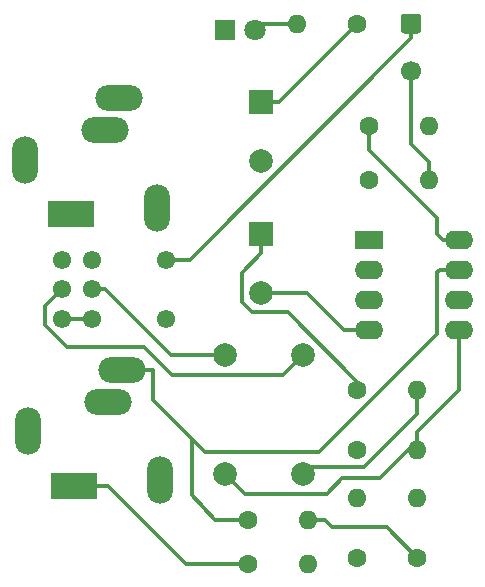
<source format=gbr>
%TF.GenerationSoftware,KiCad,Pcbnew,(5.1.6)-1*%
%TF.CreationDate,2020-06-12T21:02:23-04:00*%
%TF.ProjectId,cMoy,634d6f79-2e6b-4696-9361-645f70636258,rev?*%
%TF.SameCoordinates,Original*%
%TF.FileFunction,Copper,L2,Bot*%
%TF.FilePolarity,Positive*%
%FSLAX46Y46*%
G04 Gerber Fmt 4.6, Leading zero omitted, Abs format (unit mm)*
G04 Created by KiCad (PCBNEW (5.1.6)-1) date 2020-06-12 21:02:23*
%MOMM*%
%LPD*%
G01*
G04 APERTURE LIST*
%TA.AperFunction,ComponentPad*%
%ADD10C,1.700000*%
%TD*%
%TA.AperFunction,ComponentPad*%
%ADD11C,2.000000*%
%TD*%
%TA.AperFunction,ComponentPad*%
%ADD12R,2.000000X2.000000*%
%TD*%
%TA.AperFunction,ComponentPad*%
%ADD13R,1.800000X1.800000*%
%TD*%
%TA.AperFunction,ComponentPad*%
%ADD14C,1.800000*%
%TD*%
%TA.AperFunction,ComponentPad*%
%ADD15C,1.600000*%
%TD*%
%TA.AperFunction,ComponentPad*%
%ADD16O,1.600000X1.600000*%
%TD*%
%TA.AperFunction,ComponentPad*%
%ADD17R,2.400000X1.600000*%
%TD*%
%TA.AperFunction,ComponentPad*%
%ADD18O,2.400000X1.600000*%
%TD*%
%TA.AperFunction,ComponentPad*%
%ADD19O,2.200000X4.000000*%
%TD*%
%TA.AperFunction,ComponentPad*%
%ADD20O,4.000000X2.200000*%
%TD*%
%TA.AperFunction,ComponentPad*%
%ADD21R,4.000000X2.200000*%
%TD*%
%TA.AperFunction,ComponentPad*%
%ADD22C,1.550000*%
%TD*%
%TA.AperFunction,Conductor*%
%ADD23C,0.300000*%
%TD*%
G04 APERTURE END LIST*
%TO.P,BT1,1*%
%TO.N,SPST_PIN_7*%
%TA.AperFunction,ComponentPad*%
G36*
G01*
X148752000Y-27090000D02*
X149952000Y-27090000D01*
G75*
G02*
X150202000Y-27340000I0J-250000D01*
G01*
X150202000Y-28540000D01*
G75*
G02*
X149952000Y-28790000I-250000J0D01*
G01*
X148752000Y-28790000D01*
G75*
G02*
X148502000Y-28540000I0J250000D01*
G01*
X148502000Y-27340000D01*
G75*
G02*
X148752000Y-27090000I250000J0D01*
G01*
G37*
%TD.AperFunction*%
D10*
%TO.P,BT1,2*%
%TO.N,-9V*%
X149352000Y-31940000D03*
%TD*%
D11*
%TO.P,C1,2*%
%TO.N,V_GND*%
X136652000Y-39544000D03*
D12*
%TO.P,C1,1*%
%TO.N,SPST_PIN_8*%
X136652000Y-34544000D03*
%TD*%
%TO.P,C2,1*%
%TO.N,V_GND*%
X136652000Y-45720000D03*
D11*
%TO.P,C2,2*%
%TO.N,-9V*%
X136652000Y-50720000D03*
%TD*%
%TO.P,C3,2*%
%TO.N,Net-(C3-Pad2)*%
X140208000Y-56040000D03*
%TO.P,C3,1*%
%TO.N,Net-(C3-Pad1)*%
X140208000Y-66040000D03*
%TD*%
%TO.P,C4,1*%
%TO.N,Net-(C4-Pad1)*%
X133604000Y-66040000D03*
%TO.P,C4,2*%
%TO.N,Net-(C4-Pad2)*%
X133604000Y-56040000D03*
%TD*%
D13*
%TO.P,D1,1*%
%TO.N,-9V*%
X133604000Y-28448000D03*
D14*
%TO.P,D1,2*%
%TO.N,Net-(D1-Pad2)*%
X136144000Y-28448000D03*
%TD*%
D15*
%TO.P,R1,1*%
%TO.N,SPST_PIN_8*%
X144780000Y-27940000D03*
D16*
%TO.P,R1,2*%
%TO.N,Net-(D1-Pad2)*%
X139700000Y-27940000D03*
%TD*%
%TO.P,R2,2*%
%TO.N,V_GND*%
X150876000Y-36576000D03*
D15*
%TO.P,R2,1*%
%TO.N,SPST_PIN_8*%
X145796000Y-36576000D03*
%TD*%
%TO.P,R3,1*%
%TO.N,V_GND*%
X145796000Y-41148000D03*
D16*
%TO.P,R3,2*%
%TO.N,-9V*%
X150876000Y-41148000D03*
%TD*%
%TO.P,R4,2*%
%TO.N,Net-(C3-Pad1)*%
X149860000Y-58928000D03*
D15*
%TO.P,R4,1*%
%TO.N,V_GND*%
X144780000Y-58928000D03*
%TD*%
%TO.P,R5,1*%
%TO.N,V_GND*%
X144780000Y-64008000D03*
D16*
%TO.P,R5,2*%
%TO.N,Net-(C4-Pad1)*%
X149860000Y-64008000D03*
%TD*%
D15*
%TO.P,R6,1*%
%TO.N,Net-(R6-Pad1)*%
X144780000Y-73152000D03*
D16*
%TO.P,R6,2*%
%TO.N,V_GND*%
X144780000Y-68072000D03*
%TD*%
%TO.P,R7,2*%
%TO.N,V_GND*%
X149860000Y-68072000D03*
D15*
%TO.P,R7,1*%
%TO.N,Net-(R7-Pad1)*%
X149860000Y-73152000D03*
%TD*%
D16*
%TO.P,R8,2*%
%TO.N,Net-(R6-Pad1)*%
X140589000Y-73660000D03*
D15*
%TO.P,R8,1*%
%TO.N,Net-(J2-PadT)*%
X135509000Y-73660000D03*
%TD*%
%TO.P,R9,1*%
%TO.N,Net-(J2-PadR)*%
X135509000Y-69977000D03*
D16*
%TO.P,R9,2*%
%TO.N,Net-(R7-Pad1)*%
X140589000Y-69977000D03*
%TD*%
D17*
%TO.P,U1,1*%
%TO.N,Net-(J2-PadT)*%
X145796000Y-46228000D03*
D18*
%TO.P,U1,5*%
%TO.N,Net-(C4-Pad1)*%
X153416000Y-53848000D03*
%TO.P,U1,2*%
%TO.N,Net-(R6-Pad1)*%
X145796000Y-48768000D03*
%TO.P,U1,6*%
%TO.N,Net-(R7-Pad1)*%
X153416000Y-51308000D03*
%TO.P,U1,3*%
%TO.N,Net-(C3-Pad1)*%
X145796000Y-51308000D03*
%TO.P,U1,7*%
%TO.N,Net-(J2-PadR)*%
X153416000Y-48768000D03*
%TO.P,U1,4*%
%TO.N,-9V*%
X145796000Y-53848000D03*
%TO.P,U1,8*%
%TO.N,SPST_PIN_8*%
X153416000Y-46228000D03*
%TD*%
D19*
%TO.P,J1,S*%
%TO.N,V_GND*%
X116623000Y-39469000D03*
D20*
%TO.P,J1,R*%
%TO.N,Net-(J1-PadR)*%
X124623000Y-34269000D03*
%TO.P,J1,RN*%
%TO.N,N/C*%
X123423000Y-36969000D03*
D19*
%TO.P,J1,TN*%
X127823000Y-43569000D03*
D21*
%TO.P,J1,T*%
%TO.N,Net-(J1-PadT)*%
X120523000Y-44069000D03*
%TD*%
%TO.P,J2,T*%
%TO.N,Net-(J2-PadT)*%
X120777000Y-67056000D03*
D19*
%TO.P,J2,TN*%
%TO.N,N/C*%
X128077000Y-66556000D03*
D20*
%TO.P,J2,RN*%
X123677000Y-59956000D03*
%TO.P,J2,R*%
%TO.N,Net-(J2-PadR)*%
X124877000Y-57256000D03*
D19*
%TO.P,J2,S*%
%TO.N,V_GND*%
X116877000Y-62456000D03*
%TD*%
D22*
%TO.P,RV1,1*%
%TO.N,Net-(J1-PadR)*%
X119808000Y-47919000D03*
%TO.P,RV1,2*%
%TO.N,Net-(C3-Pad2)*%
X119808000Y-50419000D03*
%TO.P,RV1,3*%
%TO.N,V_GND*%
X119808000Y-52919000D03*
%TO.P,RV1,4*%
%TO.N,Net-(J1-PadT)*%
X122308000Y-47919000D03*
%TO.P,RV1,5*%
%TO.N,Net-(C4-Pad2)*%
X122308000Y-50419000D03*
%TO.P,RV1,6*%
%TO.N,V_GND*%
X122308000Y-52919000D03*
%TO.P,RV1,7*%
%TO.N,SPST_PIN_7*%
X128558000Y-47919000D03*
%TO.P,RV1,8*%
%TO.N,SPST_PIN_8*%
X128558000Y-52919000D03*
%TD*%
D23*
%TO.N,-9V*%
X145796000Y-53848000D02*
X143645700Y-53848000D01*
X143645700Y-53848000D02*
X140517700Y-50720000D01*
X140517700Y-50720000D02*
X136652000Y-50720000D01*
X150876000Y-41148000D02*
X150876000Y-39697700D01*
X150876000Y-39697700D02*
X149352000Y-38173700D01*
X149352000Y-38173700D02*
X149352000Y-31940000D01*
%TO.N,V_GND*%
X122308000Y-52919000D02*
X119808000Y-52919000D01*
X136652000Y-45720000D02*
X136652000Y-47370300D01*
X144780000Y-58928000D02*
X144780000Y-58246400D01*
X144780000Y-58246400D02*
X138904000Y-52370400D01*
X138904000Y-52370400D02*
X135894000Y-52370400D01*
X135894000Y-52370400D02*
X135001700Y-51478100D01*
X135001700Y-51478100D02*
X135001700Y-49020600D01*
X135001700Y-49020600D02*
X136652000Y-47370300D01*
%TO.N,Net-(C3-Pad2)*%
X119808000Y-50419000D02*
X118346900Y-51880100D01*
X118346900Y-51880100D02*
X118346900Y-53493100D01*
X118346900Y-53493100D02*
X120194300Y-55340500D01*
X120194300Y-55340500D02*
X126745400Y-55340500D01*
X126745400Y-55340500D02*
X129106700Y-57701800D01*
X129106700Y-57701800D02*
X138546200Y-57701800D01*
X138546200Y-57701800D02*
X140208000Y-56040000D01*
%TO.N,Net-(C3-Pad1)*%
X149860000Y-58928000D02*
X149860000Y-60981300D01*
X149860000Y-60981300D02*
X145352800Y-65488500D01*
X145352800Y-65488500D02*
X140759500Y-65488500D01*
X140759500Y-65488500D02*
X140208000Y-66040000D01*
%TO.N,Net-(C4-Pad1)*%
X149860000Y-63282800D02*
X146702700Y-66440100D01*
X146702700Y-66440100D02*
X143521600Y-66440100D01*
X143521600Y-66440100D02*
X142215100Y-67746600D01*
X142215100Y-67746600D02*
X135310600Y-67746600D01*
X135310600Y-67746600D02*
X133604000Y-66040000D01*
X149860000Y-63282800D02*
X149860000Y-62557700D01*
X149860000Y-64008000D02*
X149860000Y-63282800D01*
X153416000Y-53848000D02*
X153416000Y-59001700D01*
X153416000Y-59001700D02*
X149860000Y-62557700D01*
%TO.N,Net-(C4-Pad2)*%
X133604000Y-56040000D02*
X129060700Y-56040000D01*
X129060700Y-56040000D02*
X123439700Y-50419000D01*
X123439700Y-50419000D02*
X122308000Y-50419000D01*
%TO.N,Net-(D1-Pad2)*%
X139700000Y-27940000D02*
X136652000Y-27940000D01*
X136652000Y-27940000D02*
X136144000Y-28448000D01*
%TO.N,Net-(R7-Pad1)*%
X140589000Y-69977000D02*
X142039300Y-69977000D01*
X142039300Y-69977000D02*
X142640400Y-70578100D01*
X142640400Y-70578100D02*
X147286100Y-70578100D01*
X147286100Y-70578100D02*
X149860000Y-73152000D01*
%TO.N,Net-(J2-PadT)*%
X120777000Y-67056000D02*
X123727300Y-67056000D01*
X123727300Y-67056000D02*
X130331300Y-73660000D01*
X130331300Y-73660000D02*
X135509000Y-73660000D01*
%TO.N,Net-(J2-PadR)*%
X131924800Y-64205900D02*
X127527300Y-59808400D01*
X127527300Y-59808400D02*
X127527300Y-57256000D01*
X124877000Y-57256000D02*
X127527300Y-57256000D01*
X151565700Y-48967300D02*
X151765000Y-48768000D01*
X151765000Y-48768000D02*
X153416000Y-48768000D01*
X151565700Y-54209300D02*
X151565700Y-48967300D01*
X141569100Y-64205900D02*
X151565700Y-54209300D01*
X131924800Y-64205900D02*
X141569100Y-64205900D01*
X132715000Y-69977000D02*
X135509000Y-69977000D01*
X130810000Y-63119000D02*
X130810000Y-67818000D01*
X130810000Y-67818000D02*
X132715000Y-69977000D01*
%TO.N,SPST_PIN_7*%
X128558000Y-47919000D02*
X130626100Y-47919000D01*
X130626100Y-47919000D02*
X149352000Y-29193100D01*
X149352000Y-29193100D02*
X149352000Y-27940000D01*
%TO.N,SPST_PIN_8*%
X151565700Y-45774700D02*
X152019000Y-46228000D01*
X151565700Y-44377700D02*
X151565700Y-45774700D01*
X152019000Y-46228000D02*
X153416000Y-46228000D01*
X145796000Y-38608000D02*
X151565700Y-44377700D01*
X145796000Y-36576000D02*
X145796000Y-38608000D01*
X138176000Y-34544000D02*
X136652000Y-34544000D01*
X144780000Y-27940000D02*
X138176000Y-34544000D01*
%TD*%
M02*

</source>
